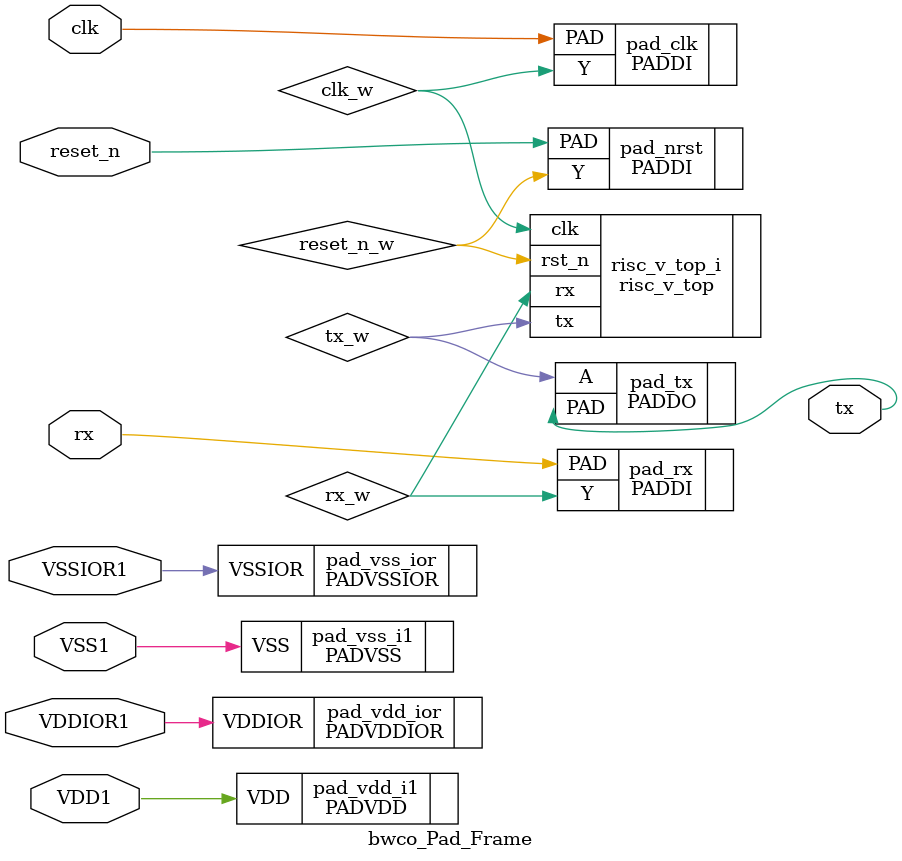
<source format=v>
`timescale 1ns / 1ps
module bwco_Pad_Frame(
    inout VDD1,
    inout VSS1,
    inout VDDIOR1,
    inout VSSIOR1,
    input clk,
    input reset_n,
    input rx,
    output tx
    );

wire clk_w, reset_n_w, rx_w, tx_w;



risc_v_top risc_v_top_i (
	//Inputs - Platform
	.clk(clk_w),
	.rst_n(reset_n_w),
	//Input - RX
	.rx(rx_w),
	//Output - Tx
	.tx(tx_w)
);

// Input PADs
PADDI pad_clk  (.PAD(clk),  .Y(clk_w));

PADDI pad_nrst (.PAD(reset_n), .Y(reset_n_w));

PADDI pad_rx (.PAD(rx), .Y(rx_w));

// Output PADs
PADDO pad_tx (.A(tx_w), .PAD(tx));

// CORE POWER PADS

//PADVDD: Bond Pad for Digital Power
PADVDD pad_vdd_i1 ( .VDD(VDD1) );


//PADVSS: Bond Pad for Digital Ground 
PADVSS pad_vss_i1 ( .VSS(VSS1) );

// I/O Frame POWER PADS
// PADVDDIOR: Bond Pad for IO Ring Power 
PADVDDIOR pad_vdd_ior ( .VDDIOR(VDDIOR1) );

// PADVSSIOR: A Bond Pad for IO Ring ground.
PADVSSIOR pad_vss_ior ( .VSSIOR(VSSIOR1) );

// CORNER PAD: This cell provides I/O-cell and power-distribution continuity around a chip corner.
padIORINGCORNER NE_padIORINGCORNER (); 
padIORINGCORNER NW_padIORINGCORNER ();
padIORINGCORNER SE_padIORINGCORNER ();
padIORINGCORNER SW_padIORINGCORNER ();

endmodule

</source>
